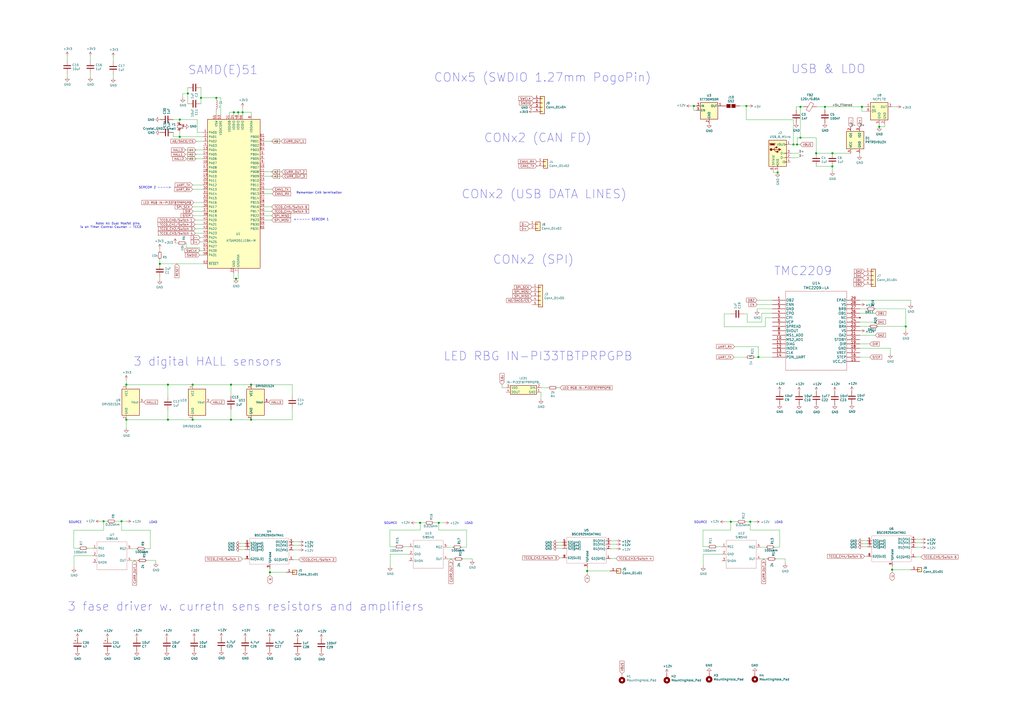
<source format=kicad_sch>
(kicad_sch (version 20200820) (host eeschema "(5.99.0-2965-g3673c23696)")
  (page 1 1)
  (paper "A2")
  (title_block (title "HALL_A ") (date "2020-09-13") (rev "0.1") (company "MOW (Makers of the world)") (comment 1 "CC - NC - BY") (comment 2 "License: For cormercial purposes, you must make arangements with the author.") (comment 3 "Author: Juan-Antonio S. E. Pedersen") (comment 4 "This project is in development. The project is a linear 3 fase motor driver with onboard stepper driver for rotation. "))
  (junction (at 60.071 302.387) (diameter 1.016))
  (junction (at 70.485 302.387) (diameter 1.016))
  (junction (at 73.279 223.139) (diameter 1.016))
  (junction (at 73.279 243.459) (diameter 1.016))
  (junction (at 92.71 153.035) (diameter 1.016))
  (junction (at 97.409 223.139) (diameter 1.016))
  (junction (at 97.409 243.459) (diameter 1.016))
  (junction (at 104.267 69.342) (diameter 1.016))
  (junction (at 104.267 79.375) (diameter 1.016))
  (junction (at 108.966 54.229) (diameter 1.016))
  (junction (at 111.76 223.139) (diameter 1.016))
  (junction (at 111.76 243.459) (diameter 1.016))
  (junction (at 116.586 56.769) (diameter 1.016))
  (junction (at 125.476 56.769) (diameter 1.016))
  (junction (at 133.985 223.139) (diameter 1.016))
  (junction (at 133.985 243.459) (diameter 1.016))
  (junction (at 135.636 65.151) (diameter 1.016))
  (junction (at 136.906 161.671) (diameter 1.016))
  (junction (at 138.176 65.151) (diameter 1.016))
  (junction (at 140.716 65.151) (diameter 1.016))
  (junction (at 145.669 223.139) (diameter 1.016))
  (junction (at 145.669 243.459) (diameter 1.016))
  (junction (at 156.591 331.978) (diameter 1.016))
  (junction (at 243.713 303.276) (diameter 1.016))
  (junction (at 254.508 303.276) (diameter 1.016))
  (junction (at 340.614 331.216) (diameter 1.016))
  (junction (at 402.463 61.468) (diameter 1.016))
  (junction (at 423.926 302.641) (diameter 1.016))
  (junction (at 432.943 61.468) (diameter 1.016))
  (junction (at 435.229 302.641) (diameter 1.016))
  (junction (at 439.928 207.137) (diameter 1.016))
  (junction (at 451.104 100.076) (diameter 1.016))
  (junction (at 460.248 83.82) (diameter 1.016))
  (junction (at 462.407 83.82) (diameter 1.016))
  (junction (at 464.312 61.976) (diameter 1.016))
  (junction (at 464.312 79.883) (diameter 1.016))
  (junction (at 473.456 88.9) (diameter 1.016))
  (junction (at 478.536 61.976) (diameter 1.016))
  (junction (at 482.854 88.9) (diameter 1.016))
  (junction (at 482.854 96.52) (diameter 1.016))
  (junction (at 499.999 61.976) (diameter 1.016))
  (junction (at 510.032 73.533) (diameter 1.016))
  (junction (at 517.525 330.454) (diameter 1.016))
  (junction (at 525.399 189.357) (diameter 1.016))
  (wire (pts (xy 38.989 32.639) (xy 38.989 35.052)))
  (wire (pts (xy 38.989 42.672) (xy 38.989 44.704)))
  (wire (pts (xy 42.799 307.594) (xy 42.799 318.008)))
  (wire (pts (xy 42.799 307.594) (xy 60.071 307.594)))
  (wire (pts (xy 42.926 322.326) (xy 42.926 329.438)))
  (wire (pts (xy 45.72 318.008) (xy 42.799 318.008)))
  (wire (pts (xy 52.451 32.639) (xy 52.451 35.052)))
  (wire (pts (xy 52.451 42.672) (xy 52.451 44.704)))
  (wire (pts (xy 53.721 318.008) (xy 50.8 318.008)))
  (wire (pts (xy 53.721 322.326) (xy 42.926 322.326)))
  (wire (pts (xy 58.293 302.387) (xy 60.071 302.387)))
  (wire (pts (xy 60.071 302.387) (xy 60.071 307.594)))
  (wire (pts (xy 60.071 302.387) (xy 61.976 302.387)))
  (wire (pts (xy 65.659 33.147) (xy 65.659 35.56)))
  (wire (pts (xy 65.659 43.18) (xy 65.659 45.212)))
  (wire (pts (xy 67.056 302.387) (xy 70.485 302.387)))
  (wire (pts (xy 70.485 302.387) (xy 73.279 302.387)))
  (wire (pts (xy 70.485 307.594) (xy 70.485 302.387)))
  (wire (pts (xy 73.279 220.345) (xy 73.279 223.139)))
  (wire (pts (xy 73.279 223.139) (xy 97.409 223.139)))
  (wire (pts (xy 73.279 243.459) (xy 73.279 248.412)))
  (wire (pts (xy 73.279 243.459) (xy 97.409 243.459)))
  (wire (pts (xy 76.327 318.262) (xy 79.248 318.262)))
  (wire (pts (xy 76.327 325.12) (xy 80.01 325.12)))
  (wire (pts (xy 84.328 318.262) (xy 87.249 318.262)))
  (wire (pts (xy 85.09 325.12) (xy 90.424 325.12)))
  (wire (pts (xy 87.249 307.594) (xy 70.485 307.594)))
  (wire (pts (xy 87.249 307.594) (xy 87.249 318.262)))
  (wire (pts (xy 90.424 325.12) (xy 90.424 326.39)))
  (wire (pts (xy 92.71 144.145) (xy 92.71 145.542)))
  (wire (pts (xy 92.71 150.622) (xy 92.71 153.035)))
  (wire (pts (xy 92.71 153.035) (xy 92.71 153.162)))
  (wire (pts (xy 92.71 153.035) (xy 117.856 153.035)))
  (wire (pts (xy 92.71 162.306) (xy 92.71 160.782)))
  (wire (pts (xy 97.409 223.139) (xy 97.409 230.251)))
  (wire (pts (xy 97.409 223.139) (xy 111.76 223.139)))
  (wire (pts (xy 97.409 237.871) (xy 97.409 243.459)))
  (wire (pts (xy 97.409 243.459) (xy 111.76 243.459)))
  (wire (pts (xy 100.457 69.342) (xy 104.267 69.342)))
  (wire (pts (xy 100.584 79.375) (xy 100.584 76.835)))
  (wire (pts (xy 101.6 140.97) (xy 102.997 140.97)))
  (wire (pts (xy 104.267 69.342) (xy 104.267 70.866)))
  (wire (pts (xy 104.267 69.342) (xy 114.427 69.342)))
  (wire (pts (xy 104.267 75.946) (xy 104.267 79.375)))
  (wire (pts (xy 104.267 79.375) (xy 100.584 79.375)))
  (wire (pts (xy 106.045 54.229) (xy 106.045 56.769)))
  (wire (pts (xy 107.569 86.995) (xy 117.856 86.995)))
  (wire (pts (xy 107.569 89.535) (xy 117.856 89.535)))
  (wire (pts (xy 108.077 140.97) (xy 108.077 143.637)))
  (wire (pts (xy 108.204 92.075) (xy 117.856 92.075)))
  (wire (pts (xy 108.966 50.8) (xy 108.966 54.229)))
  (wire (pts (xy 108.966 54.229) (xy 106.045 54.229)))
  (wire (pts (xy 108.966 54.229) (xy 108.966 60.198)))
  (wire (pts (xy 111.76 107.315) (xy 117.856 107.315)))
  (wire (pts (xy 111.76 109.855) (xy 117.856 109.855)))
  (wire (pts (xy 111.76 120.015) (xy 117.856 120.015)))
  (wire (pts (xy 111.76 223.139) (xy 133.985 223.139)))
  (wire (pts (xy 111.76 243.459) (xy 133.985 243.459)))
  (wire (pts (xy 112.014 122.555) (xy 117.856 122.555)))
  (wire (pts (xy 112.014 125.095) (xy 117.856 125.095)))
  (wire (pts (xy 112.395 117.475) (xy 117.856 117.475)))
  (wire (pts (xy 113.157 127.635) (xy 117.856 127.635)))
  (wire (pts (xy 113.157 130.175) (xy 117.856 130.175)))
  (wire (pts (xy 113.284 132.715) (xy 117.856 132.715)))
  (wire (pts (xy 113.284 135.255) (xy 117.856 135.255)))
  (wire (pts (xy 113.792 81.915) (xy 117.856 81.915)))
  (wire (pts (xy 114.427 76.835) (xy 114.427 69.342)))
  (wire (pts (xy 115.824 143.637) (xy 108.077 143.637)))
  (wire (pts (xy 115.824 145.415) (xy 115.824 143.637)))
  (wire (pts (xy 115.824 145.415) (xy 117.856 145.415)))
  (wire (pts (xy 115.824 147.955) (xy 117.856 147.955)))
  (wire (pts (xy 116.078 137.795) (xy 117.856 137.795)))
  (wire (pts (xy 116.078 140.335) (xy 117.856 140.335)))
  (wire (pts (xy 116.586 56.769) (xy 116.586 50.8)))
  (wire (pts (xy 116.586 56.769) (xy 116.586 60.198)))
  (wire (pts (xy 117.856 76.835) (xy 114.427 76.835)))
  (wire (pts (xy 117.856 79.375) (xy 104.267 79.375)))
  (wire (pts (xy 125.476 56.769) (xy 116.586 56.769)))
  (wire (pts (xy 125.476 64.389) (xy 125.476 66.675)))
  (wire (pts (xy 128.016 56.769) (xy 125.476 56.769)))
  (wire (pts (xy 128.016 66.675) (xy 128.016 56.769)))
  (wire (pts (xy 133.096 65.151) (xy 135.636 65.151)))
  (wire (pts (xy 133.096 66.675) (xy 133.096 65.151)))
  (wire (pts (xy 133.985 223.139) (xy 133.985 229.743)))
  (wire (pts (xy 133.985 223.139) (xy 145.669 223.139)))
  (wire (pts (xy 133.985 237.363) (xy 133.985 243.459)))
  (wire (pts (xy 133.985 243.459) (xy 145.669 243.459)))
  (wire (pts (xy 135.636 65.151) (xy 135.636 66.675)))
  (wire (pts (xy 135.636 65.151) (xy 138.176 65.151)))
  (wire (pts (xy 135.636 158.115) (xy 135.636 161.671)))
  (wire (pts (xy 135.636 161.671) (xy 136.906 161.671)))
  (wire (pts (xy 136.906 161.671) (xy 138.176 161.671)))
  (wire (pts (xy 138.176 65.151) (xy 138.176 66.675)))
  (wire (pts (xy 138.176 65.151) (xy 140.716 65.151)))
  (wire (pts (xy 138.176 161.671) (xy 138.176 158.115)))
  (wire (pts (xy 139.446 315.214) (xy 142.113 315.214)))
  (wire (pts (xy 139.446 316.992) (xy 142.24 316.992)))
  (wire (pts (xy 139.446 318.77) (xy 142.24 318.77)))
  (wire (pts (xy 140.589 324.231) (xy 142.113 324.231)))
  (wire (pts (xy 140.716 62.357) (xy 140.716 65.151)))
  (wire (pts (xy 140.716 65.151) (xy 140.716 66.675)))
  (wire (pts (xy 145.796 65.151) (xy 140.716 65.151)))
  (wire (pts (xy 145.796 66.675) (xy 145.796 65.151)))
  (wire (pts (xy 153.416 81.915) (xy 163.068 81.915)))
  (wire (pts (xy 153.416 99.695) (xy 163.322 99.695)))
  (wire (pts (xy 153.416 102.235) (xy 163.449 102.235)))
  (wire (pts (xy 153.416 109.855) (xy 157.861 109.855)))
  (wire (pts (xy 153.416 112.395) (xy 157.861 112.395)))
  (wire (pts (xy 153.416 120.015) (xy 157.607 120.015)))
  (wire (pts (xy 153.416 122.555) (xy 157.607 122.555)))
  (wire (pts (xy 156.591 329.819) (xy 156.591 331.978)))
  (wire (pts (xy 156.591 331.978) (xy 156.591 333.756)))
  (wire (pts (xy 156.591 331.978) (xy 165.862 331.978)))
  (wire (pts (xy 157.607 125.095) (xy 153.416 125.095)))
  (wire (pts (xy 157.607 127.635) (xy 153.416 127.635)))
  (wire (pts (xy 169.545 223.139) (xy 145.669 223.139)))
  (wire (pts (xy 169.545 229.362) (xy 169.545 223.139)))
  (wire (pts (xy 169.545 236.982) (xy 169.545 243.459)))
  (wire (pts (xy 169.545 243.459) (xy 145.669 243.459)))
  (wire (pts (xy 170.18 314.325) (xy 173.355 314.325)))
  (wire (pts (xy 170.18 316.357) (xy 173.355 316.357)))
  (wire (pts (xy 170.18 319.024) (xy 173.355 319.024)))
  (wire (pts (xy 170.18 324.612) (xy 173.355 324.612)))
  (wire (pts (xy 226.187 307.467) (xy 226.187 317.119)))
  (wire (pts (xy 226.187 307.467) (xy 243.713 307.467)))
  (wire (pts (xy 226.314 321.437) (xy 226.314 328.549)))
  (wire (pts (xy 229.108 317.119) (xy 226.187 317.119)))
  (wire (pts (xy 237.109 317.119) (xy 234.188 317.119)))
  (wire (pts (xy 237.109 321.437) (xy 226.314 321.437)))
  (wire (pts (xy 241.173 303.276) (xy 243.713 303.276)))
  (wire (pts (xy 243.713 303.276) (xy 246.507 303.276)))
  (wire (pts (xy 243.713 307.467) (xy 243.713 303.276)))
  (wire (pts (xy 251.587 303.276) (xy 254.508 303.276)))
  (wire (pts (xy 254.508 303.276) (xy 257.683 303.276)))
  (wire (pts (xy 254.508 307.467) (xy 254.508 303.276)))
  (wire (pts (xy 259.715 317.373) (xy 262.636 317.373)))
  (wire (pts (xy 259.715 324.231) (xy 263.398 324.231)))
  (wire (pts (xy 267.716 317.373) (xy 270.637 317.373)))
  (wire (pts (xy 268.478 324.231) (xy 273.939 324.231)))
  (wire (pts (xy 270.637 307.467) (xy 254.508 307.467)))
  (wire (pts (xy 270.637 307.467) (xy 270.637 317.373)))
  (wire (pts (xy 273.939 324.231) (xy 273.939 324.866)))
  (wire (pts (xy 291.211 223.012) (xy 291.211 224.917)))
  (wire (pts (xy 293.497 224.917) (xy 291.211 224.917)))
  (wire (pts (xy 313.817 224.917) (xy 318.135 224.917)))
  (wire (pts (xy 313.817 227.457) (xy 313.817 231.648)))
  (wire (pts (xy 323.215 224.917) (xy 324.866 224.917)))
  (wire (pts (xy 323.469 314.579) (xy 326.136 314.579)))
  (wire (pts (xy 323.469 316.357) (xy 326.263 316.357)))
  (wire (pts (xy 323.469 318.135) (xy 326.263 318.135)))
  (wire (pts (xy 324.612 323.596) (xy 326.136 323.596)))
  (wire (pts (xy 340.614 329.184) (xy 340.614 331.216)))
  (wire (pts (xy 340.614 331.216) (xy 340.614 333.375)))
  (wire (pts (xy 340.614 331.216) (xy 353.822 331.216)))
  (wire (pts (xy 354.203 313.69) (xy 357.378 313.69)))
  (wire (pts (xy 354.203 315.722) (xy 357.378 315.722)))
  (wire (pts (xy 354.203 318.389) (xy 357.378 318.389)))
  (wire (pts (xy 354.203 323.977) (xy 357.378 323.977)))
  (wire (pts (xy 400.939 61.468) (xy 402.463 61.468)))
  (wire (pts (xy 402.463 61.468) (xy 403.733 61.468)))
  (wire (pts (xy 402.463 64.008) (xy 402.463 61.468)))
  (wire (pts (xy 403.733 64.008) (xy 402.463 64.008)))
  (wire (pts (xy 407.797 307.467) (xy 407.797 317.119)))
  (wire (pts (xy 407.797 307.467) (xy 423.926 307.467)))
  (wire (pts (xy 407.924 321.437) (xy 407.924 328.549)))
  (wire (pts (xy 410.718 317.119) (xy 407.797 317.119)))
  (wire (pts (xy 418.719 317.119) (xy 415.798 317.119)))
  (wire (pts (xy 418.719 321.437) (xy 407.924 321.437)))
  (wire (pts (xy 420.116 182.118) (xy 420.116 189.611)))
  (wire (pts (xy 420.116 189.611) (xy 443.992 189.611)))
  (wire (pts (xy 420.497 302.641) (xy 423.926 302.641)))
  (wire (pts (xy 423.926 182.118) (xy 420.116 182.118)))
  (wire (pts (xy 423.926 302.641) (xy 427.609 302.641)))
  (wire (pts (xy 423.926 307.467) (xy 423.926 302.641)))
  (wire (pts (xy 425.831 207.137) (xy 432.816 207.137)))
  (wire (pts (xy 426.085 201.041) (xy 439.928 201.041)))
  (wire (pts (xy 429.133 61.468) (xy 432.943 61.468)))
  (wire (pts (xy 431.546 182.118) (xy 433.451 182.118)))
  (wire (pts (xy 432.689 302.641) (xy 435.229 302.641)))
  (wire (pts (xy 432.943 61.468) (xy 432.943 69.469)))
  (wire (pts (xy 432.943 61.468) (xy 434.086 61.468)))
  (wire (pts (xy 432.943 69.469) (xy 460.248 69.469)))
  (wire (pts (xy 433.451 186.817) (xy 433.451 182.118)))
  (wire (pts (xy 435.229 302.641) (xy 437.896 302.641)))
  (wire (pts (xy 435.229 307.467) (xy 435.229 302.641)))
  (wire (pts (xy 435.229 307.467) (xy 452.247 307.467)))
  (wire (pts (xy 437.896 207.137) (xy 439.928 207.137)))
  (wire (pts (xy 439.166 176.657) (xy 448.056 176.657)))
  (wire (pts (xy 439.166 179.197) (xy 439.166 179.959)))
  (wire (pts (xy 439.928 207.137) (xy 439.928 201.041)))
  (wire (pts (xy 439.928 207.137) (xy 448.056 207.137)))
  (wire (pts (xy 441.325 317.373) (xy 444.246 317.373)))
  (wire (pts (xy 441.325 324.231) (xy 445.008 324.231)))
  (wire (pts (xy 441.96 181.737) (xy 441.96 186.817)))
  (wire (pts (xy 441.96 186.817) (xy 433.451 186.817)))
  (wire (pts (xy 443.992 184.277) (xy 448.056 184.277)))
  (wire (pts (xy 443.992 189.611) (xy 443.992 184.277)))
  (wire (pts (xy 448.056 174.117) (xy 439.166 174.117)))
  (wire (pts (xy 448.056 179.197) (xy 439.166 179.197)))
  (wire (pts (xy 448.056 181.737) (xy 441.96 181.737)))
  (wire (pts (xy 448.564 99.06) (xy 448.564 100.076)))
  (wire (pts (xy 448.564 100.076) (xy 451.104 100.076)))
  (wire (pts (xy 449.326 317.373) (xy 452.247 317.373)))
  (wire (pts (xy 450.088 324.231) (xy 455.422 324.231)))
  (wire (pts (xy 451.104 99.06) (xy 451.104 100.076)))
  (wire (pts (xy 451.104 100.076) (xy 451.104 100.203)))
  (wire (pts (xy 452.247 307.467) (xy 452.247 317.373)))
  (wire (pts (xy 455.422 324.231) (xy 455.422 327.025)))
  (wire (pts (xy 458.724 83.82) (xy 460.248 83.82)))
  (wire (pts (xy 458.724 88.9) (xy 463.423 88.9)))
  (wire (pts (xy 458.724 91.44) (xy 463.423 91.44)))
  (wire (pts (xy 460.248 69.469) (xy 460.248 83.82)))
  (wire (pts (xy 460.248 83.82) (xy 462.407 83.82)))
  (wire (pts (xy 461.899 61.976) (xy 464.312 61.976)))
  (wire (pts (xy 461.899 63.754) (xy 461.899 61.976)))
  (wire (pts (xy 462.407 79.883) (xy 464.312 79.883)))
  (wire (pts (xy 462.407 83.82) (xy 462.407 79.883)))
  (wire (pts (xy 462.407 83.82) (xy 464.185 83.82)))
  (wire (pts (xy 464.312 61.976) (xy 466.09 61.976)))
  (wire (pts (xy 464.312 79.883) (xy 464.312 61.976)))
  (wire (pts (xy 464.312 79.883) (xy 473.456 79.883)))
  (wire (pts (xy 473.456 79.883) (xy 473.456 88.9)))
  (wire (pts (xy 473.456 88.9) (xy 482.854 88.9)))
  (wire (pts (xy 473.456 96.52) (xy 482.854 96.52)))
  (wire (pts (xy 473.71 61.976) (xy 478.536 61.976)))
  (wire (pts (xy 478.536 61.976) (xy 478.536 63.754)))
  (wire (pts (xy 478.536 61.976) (xy 499.999 61.976)))
  (wire (pts (xy 482.854 88.9) (xy 493.522 88.9)))
  (wire (pts (xy 482.854 96.52) (xy 482.854 99.441)))
  (wire (pts (xy 498.602 88.9) (xy 498.602 90.043)))
  (wire (pts (xy 498.856 174.117) (xy 528.32 174.117)))
  (wire (pts (xy 498.856 179.197) (xy 502.666 179.197)))
  (wire (pts (xy 498.856 181.737) (xy 507.746 181.737)))
  (wire (pts (xy 498.856 186.817) (xy 507.746 186.817)))
  (wire (pts (xy 498.856 189.357) (xy 504.19 189.357)))
  (wire (pts (xy 498.856 194.437) (xy 507.746 194.437)))
  (wire (pts (xy 498.856 199.517) (xy 504.571 199.517)))
  (wire (pts (xy 498.856 202.057) (xy 516.509 202.057)))
  (wire (pts (xy 498.856 207.137) (xy 504.571 207.137)))
  (wire (pts (xy 499.999 61.976) (xy 502.412 61.976)))
  (wire (pts (xy 499.999 64.516) (xy 499.999 61.976)))
  (wire (pts (xy 500.38 313.69) (xy 503.047 313.69)))
  (wire (pts (xy 500.38 315.468) (xy 503.174 315.468)))
  (wire (pts (xy 500.38 317.246) (xy 503.174 317.246)))
  (wire (pts (xy 501.523 322.707) (xy 503.047 322.707)))
  (wire (pts (xy 502.412 64.516) (xy 499.999 64.516)))
  (wire (pts (xy 507.746 179.197) (xy 525.399 179.197)))
  (wire (pts (xy 509.27 189.357) (xy 525.399 189.357)))
  (wire (pts (xy 510.032 72.136) (xy 510.032 73.533)))
  (wire (pts (xy 510.032 73.533) (xy 513.207 73.533)))
  (wire (pts (xy 513.207 73.533) (xy 513.207 72.136)))
  (wire (pts (xy 516.509 202.057) (xy 516.509 205.359)))
  (wire (pts (xy 517.525 328.295) (xy 517.525 330.454)))
  (wire (pts (xy 517.525 330.454) (xy 517.525 331.978)))
  (wire (pts (xy 517.525 330.454) (xy 528.32 330.454)))
  (wire (pts (xy 517.652 61.976) (xy 520.065 61.976)))
  (wire (pts (xy 525.399 179.197) (xy 525.399 189.357)))
  (wire (pts (xy 525.399 189.357) (xy 525.399 192.024)))
  (wire (pts (xy 528.32 174.117) (xy 528.32 176.403)))
  (wire (pts (xy 531.114 312.801) (xy 534.289 312.801)))
  (wire (pts (xy 531.114 314.833) (xy 534.289 314.833)))
  (wire (pts (xy 531.114 317.5) (xy 534.289 317.5)))
  (wire (pts (xy 531.114 323.088) (xy 534.289 323.088)))
  (text "SOURCE\n" (at 39.751 303.784 0) (effects (font (size 1.27 1.27)) (justify left bottom)))
  (text "Note: All Dual Mosfet pins \nis on Timer Control Counter - TCC0\n" (at 82.042 132.588 0) (effects (font (size 1.27 1.27)) (justify right bottom)))
  (text "LOAD\n" (at 91.313 303.784 180) (effects (font (size 1.27 1.27)) (justify right bottom)))
  (text "SERCOM 2 ---->\n" (at 99.314 109.601 180) (effects (font (size 1.27 1.27)) (justify right bottom)))
  (text "SAMD(E)51 \n" (at 153.543 43.688 180) (effects (font (size 5 5)) (justify right bottom)))
  (text "3 digital HALL sensors\n\n" (at 163.703 220.853 180) (effects (font (size 5 5)) (justify right bottom)))
  (text "<----- SERCOM 1\n" (at 190.754 128.143 180) (effects (font (size 1.27 1.27)) (justify right bottom)))
  (text "Remember CAN termination\n" (at 198.374 112.649 180) (effects (font (size 1.27 1.27)) (justify right bottom)))
  (text "SOURCE\n" (at 222.758 304.292 0) (effects (font (size 1.27 1.27)) (justify left bottom)))
  (text "3 fase driver w. curretn sens resistors and amplifiers " (at 249.809 354.838 0) (effects (font (size 5 5)) (justify right bottom)))
  (text "LOAD\n" (at 274.32 304.292 180) (effects (font (size 1.27 1.27)) (justify right bottom)))
  (text "CONx2 (SPI)\n\n\n\n" (at 332.994 177.8 180) (effects (font (size 5 5)) (justify right bottom)))
  (text "CONx2 (CAN FD)\n\n\n\n" (at 343.281 107.188 180) (effects (font (size 5 5)) (justify right bottom)))
  (text "CONx2 (USB DATA LINES)\n\n\n\n" (at 363.601 139.827 180) (effects (font (size 5 5)) (justify right bottom)))
  (text "LED RBG IN-PI33TBTPRPGPB\n" (at 367.03 209.677 180) (effects (font (size 5 5)) (justify right bottom)))
  (text "CONx5 (SWDIO 1.27mm PogoPin)\n" (at 377.825 48.006 180) (effects (font (size 5 5)) (justify right bottom)))
  (text "SOURCE\n" (at 402.59 303.784 0) (effects (font (size 1.27 1.27)) (justify left bottom)))
  (text "LOAD\n" (at 454.152 303.784 180) (effects (font (size 1.27 1.27)) (justify right bottom)))
  (text "TMC2209\n" (at 482.727 160.274 180) (effects (font (size 5 5)) (justify right bottom)))
  (text "USB & LDO\n" (at 502.158 43.053 180) (effects (font (size 5 5)) (justify right bottom)))
  (label "D+" (at 463.423 88.9 0))
  (label "D-" (at 463.423 91.44 0))
  (label "D-" (at 493.522 73.66 0))
  (label "+5v_filtered" (at 494.411 61.976 180))
  (label "D+" (at 498.602 73.66 0))
  (global_label "CURR_OUT_1" (shape input) (at 78.105 325.12 270))
  (global_label "HALL1" (shape input) (at 83.439 233.299 0))
  (global_label "RESET" (shape input) (at 102.616 153.035 270))
  (global_label "HALL3" (shape input) (at 107.569 86.995 180))
  (global_label "HALL1" (shape input) (at 107.569 89.535 180))
  (global_label "HALL2" (shape input) (at 108.204 92.075 180))
  (global_label "UART_TX" (shape input) (at 111.76 107.315 180))
  (global_label "UART_RX" (shape input) (at 111.76 109.855 180))
  (global_label "SPI_SCK" (shape input) (at 111.76 120.015 180))
  (global_label "DIR" (shape input) (at 112.014 122.555 180))
  (global_label "STEP" (shape input) (at 112.014 125.095 180))
  (global_label "LED RGB IN-PI33TBTPRPGPB" (shape input) (at 112.395 117.475 180))
  (global_label "TCC0_CH0{slash}Switch 1" (shape input) (at 113.157 127.635 180))
  (global_label "TCC0_CH1{slash}Switch 2" (shape input) (at 113.157 130.175 180))
  (global_label "TCC0_CH2{slash}Switch 3" (shape input) (at 113.284 132.715 180))
  (global_label "TCC0_CH3{slash}Switch 4" (shape input) (at 113.284 135.255 180))
  (global_label "A4" (shape input) (at 113.665 86.995 180))
  (global_label "A1" (shape input) (at 113.665 89.535 180))
  (global_label "A5" (shape input) (at 113.665 92.075 180))
  (global_label "A0{slash}DAC0{slash}CS" (shape input) (at 113.792 81.915 180))
  (global_label "SWCLK" (shape input) (at 115.824 145.415 180))
  (global_label "SWDIO" (shape input) (at 115.824 147.955 180))
  (global_label "D-" (shape input) (at 116.078 137.795 180))
  (global_label "D+" (shape input) (at 116.078 140.335 180))
  (global_label "HALL2" (shape input) (at 121.92 233.299 0))
  (global_label "TCC0_CH0{slash}Switch 1" (shape input) (at 140.589 324.231 180))
  (global_label "HALL3" (shape input) (at 155.829 233.299 0))
  (global_label "W" (shape bidirectional) (at 156.591 333.756 270))
  (global_label "A6" (shape input) (at 157.607 81.915 0))
  (global_label "A2" (shape input) (at 157.607 99.695 0))
  (global_label "A3" (shape input) (at 157.607 102.235 0))
  (global_label "TCC0_CH5{slash}Switch 6" (shape input) (at 157.607 120.015 0))
  (global_label "TCC0_CH4{slash}Switch 5" (shape input) (at 157.607 122.555 0))
  (global_label "SPI_MISO" (shape input) (at 157.607 125.095 0))
  (global_label "SPI_MOSI" (shape input) (at 157.607 127.635 0))
  (global_label "CAN1_TX" (shape input) (at 157.861 109.855 0))
  (global_label "CAN1_RX" (shape input) (at 157.861 112.395 0))
  (global_label "CURR_OUT_1" (shape input) (at 163.068 81.915 0))
  (global_label "CURR_OUT_2" (shape input) (at 163.322 99.695 0))
  (global_label "CURR_OUT_3" (shape input) (at 163.449 102.235 0))
  (global_label "TCC0_CH1{slash}Switch 2" (shape input) (at 173.355 324.612 0))
  (global_label "CURR_OUT_2" (shape input) (at 261.62 324.231 270))
  (global_label "3.6v" (shape input) (at 291.211 223.012 90))
  (global_label "D-" (shape input) (at 306.959 130.048 180))
  (global_label "D+" (shape input) (at 306.959 132.588 180))
  (global_label "SPI_SCK" (shape input) (at 308.483 166.624 180))
  (global_label "SPI_MOSI" (shape input) (at 308.483 169.164 180))
  (global_label "SPI_MISO" (shape input) (at 308.483 171.704 180))
  (global_label "A0{slash}DAC0{slash}CS" (shape input) (at 308.483 174.244 180))
  (global_label "SWCLK" (shape input) (at 309.499 57.15 180))
  (global_label "SWDIO" (shape input) (at 309.499 59.69 180))
  (global_label "CAN1_RX" (shape input) (at 311.404 93.726 180))
  (global_label "CAN1_TX" (shape input) (at 311.404 96.266 180))
  (global_label "TCC0_CH2{slash}Switch 3" (shape input) (at 324.612 323.596 180))
  (global_label "LED RGB IN-PI33TBTPRPGPB" (shape input) (at 324.866 224.917 0))
  (global_label "V" (shape bidirectional) (at 340.614 333.375 270))
  (global_label "TCC0_CH3{slash}Switch 4" (shape input) (at 357.378 323.977 0))
  (global_label "VBUS" (shape input) (at 360.807 390.779 90))
  (global_label "UART_TX" (shape input) (at 425.831 207.137 180))
  (global_label "UART_RX" (shape input) (at 426.085 201.041 180))
  (global_label "DB2" (shape input) (at 439.166 174.117 180))
  (global_label "EN" (shape input) (at 439.166 176.657 180))
  (global_label "CURR_OUT_3" (shape input) (at 442.976 324.231 270))
  (global_label "VBUS" (shape input) (at 464.185 83.82 0))
  (global_label "D-" (shape input) (at 493.522 73.66 90))
  (global_label "D+" (shape input) (at 498.602 73.66 90))
  (global_label "DA2" (shape input) (at 501.523 157.353 180))
  (global_label "DA1" (shape input) (at 501.523 159.893 180))
  (global_label "DB1" (shape input) (at 501.523 162.433 180))
  (global_label "DB2" (shape input) (at 501.523 164.973 180))
  (global_label "TCC0_CH4{slash}Switch 5" (shape input) (at 501.523 322.707 180))
  (global_label "DIR" (shape input) (at 504.571 199.517 0))
  (global_label "STEP" (shape input) (at 504.571 207.137 0))
  (global_label "DB1" (shape input) (at 507.746 181.737 0))
  (global_label "DA1" (shape input) (at 507.746 186.817 0))
  (global_label "DA2" (shape input) (at 507.746 194.437 0))
  (global_label "U" (shape bidirectional) (at 517.525 331.978 270))
  (global_label "TCC0_CH5{slash}Switch 6" (shape input) (at 534.289 323.088 0))
  (symbol (lib_id "power:+3.3V") (at 38.989 32.639 0) (unit 1)
    (property "Reference" "#PWR0144" (effects hide))
    (property "Value" "+3.3V" (at 39.3573 28.3146 0))
  )
  (symbol (lib_id "power:+12V") (at 44.958 370.205 0) (unit 1)
    (property "Reference" "#PWR0183" (effects hide))
    (property "Value" "+12V" (at 45.3263 365.8806 0))
  )
  (symbol (lib_id "power:+3.3V") (at 52.451 32.639 0) (unit 1)
    (property "Reference" "#PWR0156" (effects hide))
    (property "Value" "+3.3V" (at 52.8193 28.3146 0))
  )
  (symbol (lib_id "power:+12V") (at 58.293 302.387 90) (mirror x) (unit 1)
    (property "Reference" "#PWR0148" (effects hide))
    (property "Value" "+12V" (at 54.991 302.26 90) (effects (justify left)))
  )
  (symbol (lib_id "power:+12V") (at 62.357 370.205 0) (unit 1)
    (property "Reference" "#PWR0184" (effects hide))
    (property "Value" "+12V" (at 62.7253 365.8806 0))
  )
  (symbol (lib_id "power:+3.3V") (at 65.659 33.147 0) (unit 1)
    (property "Reference" "#PWR0159" (effects hide))
    (property "Value" "+3.3V" (at 66.0273 28.8226 0))
  )
  (symbol (lib_id "power:+3.3V") (at 73.279 220.345 0) (unit 1)
    (property "Reference" "#PWR0160" (effects hide))
    (property "Value" "+3.3V" (at 73.6473 216.0206 0))
  )
  (symbol (lib_id "power:+12V") (at 73.279 302.387 270) (mirror x) (unit 1)
    (property "Reference" "#PWR0146" (effects hide))
    (property "Value" "+12V" (at 76.581 302.514 90) (effects (justify left)))
  )
  (symbol (lib_id "power:+12V") (at 79.375 370.078 0) (unit 1)
    (property "Reference" "#PWR0172" (effects hide))
    (property "Value" "+12V" (at 79.7433 365.7536 0))
  )
  (symbol (lib_id "power:+3.3V") (at 92.71 144.145 0) (mirror y) (unit 1)
    (property "Reference" "#PWR0107" (effects hide))
    (property "Value" "+3.3V" (at 92.3417 139.8206 0))
  )
  (symbol (lib_id "power:+12V") (at 96.774 370.078 0) (unit 1)
    (property "Reference" "#PWR0171" (effects hide))
    (property "Value" "+12V" (at 97.1423 365.7536 0))
  )
  (symbol (lib_id "power:+3.3V") (at 101.6 140.97 0) (mirror y) (unit 1)
    (property "Reference" "#PWR0109" (effects hide))
    (property "Value" "+3.3V" (at 97.79 140.716 0))
  )
  (symbol (lib_id "power:+12V") (at 112.649 370.078 0) (unit 1)
    (property "Reference" "#PWR0175" (effects hide))
    (property "Value" "+12V" (at 113.0173 365.7536 0))
  )
  (symbol (lib_id "power:+12V") (at 128.397 369.824 0) (unit 1)
    (property "Reference" "#PWR0193" (effects hide))
    (property "Value" "+12V" (at 128.7653 365.4996 0))
  )
  (symbol (lib_id "power:+3.3V") (at 140.716 62.357 0) (unit 1)
    (property "Reference" "#PWR0104" (effects hide))
    (property "Value" "+3.3V" (at 141.0843 58.0326 0))
  )
  (symbol (lib_id "power:+12V") (at 142.24 369.951 0) (unit 1)
    (property "Reference" "#PWR0201" (effects hide))
    (property "Value" "+12V" (at 142.6083 365.6266 0))
  )
  (symbol (lib_id "power:+12V") (at 156.464 370.078 0) (unit 1)
    (property "Reference" "#PWR0202" (effects hide))
    (property "Value" "+12V" (at 156.8323 365.7536 0))
  )
  (symbol (lib_id "power:+12V") (at 172.593 370.332 0) (unit 1)
    (property "Reference" "#PWR0196" (effects hide))
    (property "Value" "+12V" (at 172.9613 366.0076 0))
  )
  (symbol (lib_id "power:+12V") (at 173.355 314.325 270) (unit 1)
    (property "Reference" "#PWR0138" (effects hide))
    (property "Value" "+12V" (at 176.5301 314.6933 90) (effects (justify left)))
  )
  (symbol (lib_id "power:+12V") (at 173.355 316.357 270) (unit 1)
    (property "Reference" "#PWR0136" (effects hide))
    (property "Value" "+12V" (at 176.5301 316.7253 90) (effects (justify left)))
  )
  (symbol (lib_id "power:+12V") (at 173.355 319.024 270) (unit 1)
    (property "Reference" "#PWR0137" (effects hide))
    (property "Value" "+12V" (at 176.5301 319.3923 90) (effects (justify left)))
  )
  (symbol (lib_id "power:+12V") (at 186.436 370.459 0) (unit 1)
    (property "Reference" "#PWR0194" (effects hide))
    (property "Value" "+12V" (at 186.8043 366.1346 0))
  )
  (symbol (lib_id "power:+12V") (at 241.173 303.276 90) (mirror x) (unit 1)
    (property "Reference" "#PWR0169" (effects hide))
    (property "Value" "+12V" (at 237.871 303.149 90) (effects (justify left)))
  )
  (symbol (lib_id "power:+12V") (at 257.683 303.276 270) (mirror x) (unit 1)
    (property "Reference" "#PWR0170" (effects hide))
    (property "Value" "+12V" (at 260.985 303.403 90) (effects (justify left)))
  )
  (symbol (lib_id "power:+3.3V") (at 309.499 64.77 90) (unit 1)
    (property "Reference" "#PWR0105" (effects hide))
    (property "Value" "+3.3V" (at 306.451 64.897 90) (effects (justify left)))
  )
  (symbol (lib_id "power:+12V") (at 357.378 313.69 270) (unit 1)
    (property "Reference" "#PWR0131" (effects hide))
    (property "Value" "+12V" (at 360.5531 314.0583 90) (effects (justify left)))
  )
  (symbol (lib_id "power:+12V") (at 357.378 315.722 270) (unit 1)
    (property "Reference" "#PWR0132" (effects hide))
    (property "Value" "+12V" (at 360.5531 316.0903 90) (effects (justify left)))
  )
  (symbol (lib_id "power:+12V") (at 357.378 318.389 270) (unit 1)
    (property "Reference" "#PWR0133" (effects hide))
    (property "Value" "+12V" (at 360.5531 318.7573 90) (effects (justify left)))
  )
  (symbol (lib_id "power:+12V") (at 386.842 390.779 0) (unit 1)
    (property "Reference" "#PWR0112" (effects hide))
    (property "Value" "+12V" (at 387.2103 386.4546 0))
  )
  (symbol (lib_id "power:+12V") (at 400.939 61.468 90) (unit 1)
    (property "Reference" "#PWR0203" (effects hide))
    (property "Value" "+12V" (at 397.7639 61.0997 90) (effects (justify left)))
  )
  (symbol (lib_id "power:+12V") (at 420.497 302.641 90) (mirror x) (unit 1)
    (property "Reference" "#PWR0164" (effects hide))
    (property "Value" "+12V" (at 417.195 302.514 90) (effects (justify left)))
  )
  (symbol (lib_id "power:+5V") (at 434.086 61.468 270) (unit 1)
    (property "Reference" "#PWR0122" (effects hide))
    (property "Value" "+5V" (at 437.2611 61.8363 90) (effects (justify left)))
  )
  (symbol (lib_id "power:+12V") (at 437.896 302.641 270) (mirror x) (unit 1)
    (property "Reference" "#PWR0165" (effects hide))
    (property "Value" "+12V" (at 441.198 302.768 90) (effects (justify left)))
  )
  (symbol (lib_id "power:+12V") (at 452.247 226.949 0) (unit 1)
    (property "Reference" "#PWR0152" (effects hide))
    (property "Value" "+12V" (at 452.6153 222.6246 0))
  )
  (symbol (lib_id "power:+12V") (at 463.55 227.076 0) (unit 1)
    (property "Reference" "#PWR0154" (effects hide))
    (property "Value" "+12V" (at 463.9183 222.7516 0))
  )
  (symbol (lib_id "power:+12V") (at 473.583 227.076 0) (unit 1)
    (property "Reference" "#PWR0190" (effects hide))
    (property "Value" "+12V" (at 473.9513 222.7516 0))
  )
  (symbol (lib_id "power:+12V") (at 484.251 227.076 0) (unit 1)
    (property "Reference" "#PWR0188" (effects hide))
    (property "Value" "+12V" (at 484.6193 222.7516 0))
  )
  (symbol (lib_id "power:+12V") (at 494.157 226.822 0) (unit 1)
    (property "Reference" "#PWR0192" (effects hide))
    (property "Value" "+12V" (at 494.5253 222.4976 0))
  )
  (symbol (lib_id "power:+12V") (at 498.856 176.657 270) (unit 1)
    (property "Reference" "#PWR0181" (effects hide))
    (property "Value" "+12V" (at 502.0311 177.0253 90) (effects (justify left)))
  )
  (symbol (lib_id "power:+12V") (at 498.856 191.897 270) (unit 1)
    (property "Reference" "#PWR0182" (effects hide))
    (property "Value" "+12V" (at 502.0311 192.2653 90) (effects (justify left)))
  )
  (symbol (lib_id "power:+3.3V") (at 520.065 61.976 270) (unit 1)
    (property "Reference" "#PWR0103" (effects hide))
    (property "Value" "+3.6V" (at 523.24 62.344 90) (effects (justify left)))
  )
  (symbol (lib_id "power:+12V") (at 534.289 312.801 270) (unit 1)
    (property "Reference" "#PWR0141" (effects hide))
    (property "Value" "+12V" (at 537.4641 313.1693 90) (effects (justify left)))
  )
  (symbol (lib_id "power:+12V") (at 534.289 314.833 270) (unit 1)
    (property "Reference" "#PWR0143" (effects hide))
    (property "Value" "+12V" (at 537.4641 315.2013 90) (effects (justify left)))
  )
  (symbol (lib_id "power:+12V") (at 534.289 317.5 270) (unit 1)
    (property "Reference" "#PWR0142" (effects hide))
    (property "Value" "+12V" (at 537.4641 317.8683 90) (effects (justify left)))
  )
  (symbol (lib_id "device:L") (at 125.476 60.579 0) (unit 1)
    (property "Reference" "L1" (at 126.7461 59.4296 0) (effects (justify left)))
    (property "Value" "L" (at 126.7461 61.7283 0) (effects (justify left)))
    (property "Footprint" "Inductor_SMD:L_0603_1608Metric" (effects hide))
  )
  (symbol (lib_id "power:GND") (at 38.989 44.704 0) (unit 1)
    (property "Reference" "#PWR0145" (effects hide))
    (property "Value" "GND" (at 39.1033 49.0284 0))
  )
  (symbol (lib_id "power:GND") (at 42.926 329.438 0) (unit 1)
    (property "Reference" "#PWR0161" (effects hide))
    (property "Value" "GND" (at 43.0403 333.7624 0))
  )
  (symbol (lib_id "power:GND") (at 44.958 377.825 0) (unit 1)
    (property "Reference" "#PWR0116" (effects hide))
    (property "Value" "GND" (at 45.0723 382.1494 0))
  )
  (symbol (lib_id "power:GND") (at 52.451 44.704 0) (unit 1)
    (property "Reference" "#PWR0124" (effects hide))
    (property "Value" "GND" (at 52.5653 49.0284 0))
  )
  (symbol (lib_id "power:GND") (at 62.357 377.825 0) (unit 1)
    (property "Reference" "#PWR0125" (effects hide))
    (property "Value" "GND" (at 62.4713 382.1494 0))
  )
  (symbol (lib_id "power:GND") (at 65.659 45.212 0) (unit 1)
    (property "Reference" "#PWR0157" (effects hide))
    (property "Value" "GND" (at 65.7733 49.5364 0))
  )
  (symbol (lib_id "power:GND") (at 73.279 248.412 0) (unit 1)
    (property "Reference" "#PWR0158" (effects hide))
    (property "Value" "GND" (at 73.3933 252.7364 0))
  )
  (symbol (lib_id "power:GND") (at 79.375 377.698 0) (unit 1)
    (property "Reference" "#PWR0173" (effects hide))
    (property "Value" "GND" (at 79.4893 382.0224 0))
  )
  (symbol (lib_id "power:GND") (at 90.424 326.39 0) (unit 1)
    (property "Reference" "#PWR0185" (effects hide))
    (property "Value" "GND" (at 90.5383 330.7144 0))
  )
  (symbol (lib_id "power:GND") (at 92.71 162.306 0) (mirror y) (unit 1)
    (property "Reference" "#PWR0123" (effects hide))
    (property "Value" "GND" (at 92.5957 166.6304 0))
  )
  (symbol (lib_id "power:GND") (at 92.837 69.342 270) (unit 1)
    (property "Reference" "#PWR0110" (effects hide))
    (property "Value" "GND" (at 89.662 69.4563 90) (effects (justify right)))
  )
  (symbol (lib_id "power:GND") (at 92.964 76.835 270) (unit 1)
    (property "Reference" "#PWR0113" (effects hide))
    (property "Value" "GND" (at 89.789 76.9493 90) (effects (justify right)))
  )
  (symbol (lib_id "power:GND") (at 96.774 377.698 0) (unit 1)
    (property "Reference" "#PWR0174" (effects hide))
    (property "Value" "GND" (at 96.8883 382.0224 0))
  )
  (symbol (lib_id "power:GND") (at 106.045 56.769 0) (unit 1)
    (property "Reference" "#PWR0101" (effects hide))
    (property "Value" "GND" (at 106.1593 61.0934 0))
  )
  (symbol (lib_id "power:GND") (at 106.807 73.406 90) (unit 1)
    (property "Reference" "#PWR0147" (effects hide))
    (property "Value" "GND" (at 109.9821 73.2917 90) (effects (justify right)))
  )
  (symbol (lib_id "power:GND") (at 112.649 377.698 0) (unit 1)
    (property "Reference" "#PWR0176" (effects hide))
    (property "Value" "GND" (at 112.7633 382.0224 0))
  )
  (symbol (lib_id "power:GND") (at 128.397 377.444 0) (unit 1)
    (property "Reference" "#PWR0199" (effects hide))
    (property "Value" "GND" (at 128.5113 381.7684 0))
  )
  (symbol (lib_id "power:GND") (at 136.906 161.671 0) (unit 1)
    (property "Reference" "#PWR0111" (effects hide))
    (property "Value" "GND" (at 137.0203 165.9954 0))
  )
  (symbol (lib_id "power:GND") (at 139.446 315.214 270) (unit 1)
    (property "Reference" "#PWR0126" (effects hide))
    (property "Value" "GND" (at 136.271 315.3283 90) (effects (justify right)))
  )
  (symbol (lib_id "power:GND") (at 139.446 316.992 270) (unit 1)
    (property "Reference" "#PWR0127" (effects hide))
    (property "Value" "GND" (at 136.271 317.1063 90) (effects (justify right)))
  )
  (symbol (lib_id "power:GND") (at 139.446 318.77 270) (unit 1)
    (property "Reference" "#PWR0128" (effects hide))
    (property "Value" "GND" (at 136.271 318.8843 90) (effects (justify right)))
  )
  (symbol (lib_id "power:GND") (at 142.24 377.571 0) (unit 1)
    (property "Reference" "#PWR0200" (effects hide))
    (property "Value" "GND" (at 142.3543 381.8954 0))
  )
  (symbol (lib_id "power:GND") (at 156.464 377.698 0) (unit 1)
    (property "Reference" "#PWR0197" (effects hide))
    (property "Value" "GND" (at 156.5783 382.0224 0))
  )
  (symbol (lib_id "power:GND") (at 172.593 377.952 0) (unit 1)
    (property "Reference" "#PWR0198" (effects hide))
    (property "Value" "GND" (at 172.7073 382.2764 0))
  )
  (symbol (lib_id "power:GND") (at 186.436 378.079 0) (unit 1)
    (property "Reference" "#PWR0195" (effects hide))
    (property "Value" "GND" (at 186.5503 382.4034 0))
  )
  (symbol (lib_id "power:GND") (at 226.314 328.549 0) (unit 1)
    (property "Reference" "#PWR0167" (effects hide))
    (property "Value" "GND" (at 226.4283 332.8734 0))
  )
  (symbol (lib_id "power:GND") (at 273.939 324.866 0) (unit 1)
    (property "Reference" "#PWR0187" (effects hide))
    (property "Value" "GND" (at 274.0533 329.1904 0))
  )
  (symbol (lib_id "power:GND") (at 309.499 62.23 270) (unit 1)
    (property "Reference" "#PWR0115" (effects hide))
    (property "Value" "GND" (at 306.324 62.3443 90) (effects (justify right)))
  )
  (symbol (lib_id "power:GND") (at 313.817 231.648 0) (unit 1)
    (property "Reference" "#PWR0114" (effects hide))
    (property "Value" "GND" (at 313.9313 235.9724 0))
  )
  (symbol (lib_id "power:GND") (at 323.469 314.579 270) (unit 1)
    (property "Reference" "#PWR0139" (effects hide))
    (property "Value" "GND" (at 320.294 314.6933 90) (effects (justify right)))
  )
  (symbol (lib_id "power:GND") (at 323.469 316.357 270) (unit 1)
    (property "Reference" "#PWR0130" (effects hide))
    (property "Value" "GND" (at 320.294 316.4713 90) (effects (justify right)))
  )
  (symbol (lib_id "power:GND") (at 323.469 318.135 270) (unit 1)
    (property "Reference" "#PWR0129" (effects hide))
    (property "Value" "GND" (at 320.294 318.2493 90) (effects (justify right)))
  )
  (symbol (lib_id "power:GND") (at 407.924 328.549 0) (unit 1)
    (property "Reference" "#PWR0149" (effects hide))
    (property "Value" "GND" (at 408.0383 332.8734 0))
  )
  (symbol (lib_id "power:GND") (at 411.353 71.628 0) (unit 1)
    (property "Reference" "#PWR0204" (effects hide))
    (property "Value" "GND" (at 411.4673 75.9524 0))
  )
  (symbol (lib_id "power:GND") (at 411.353 390.271 180) (unit 1)
    (property "Reference" "#PWR0108" (effects hide))
    (property "Value" "GND" (at 411.2387 385.9466 0))
  )
  (symbol (lib_id "power:GND") (at 437.896 390.271 180) (unit 1)
    (property "Reference" "#PWR0106" (effects hide))
    (property "Value" "GND" (at 437.7817 385.9466 0))
  )
  (symbol (lib_id "power:GND") (at 439.166 179.959 0) (unit 1)
    (property "Reference" "#PWR0177" (effects hide))
    (property "Value" "GND" (at 439.2803 184.2834 0))
  )
  (symbol (lib_id "power:GND") (at 451.104 100.203 0) (unit 1)
    (property "Reference" "#PWR0151" (effects hide))
    (property "Value" "GND" (at 451.2183 103.3781 90) (effects (justify right)))
  )
  (symbol (lib_id "power:GND") (at 452.247 234.569 0) (unit 1)
    (property "Reference" "#PWR0153" (effects hide))
    (property "Value" "GND" (at 452.3613 238.8934 0))
  )
  (symbol (lib_id "power:GND") (at 455.422 327.025 0) (unit 1)
    (property "Reference" "#PWR0186" (effects hide))
    (property "Value" "GND" (at 455.5363 331.3494 0))
  )
  (symbol (lib_id "power:GND") (at 461.899 71.374 0) (unit 1)
    (property "Reference" "#PWR0117" (effects hide))
    (property "Value" "GND" (at 462.0133 75.6984 0))
  )
  (symbol (lib_id "power:GND") (at 463.55 234.696 0) (unit 1)
    (property "Reference" "#PWR0155" (effects hide))
    (property "Value" "GND" (at 463.6643 239.0204 0))
  )
  (symbol (lib_id "power:GND") (at 473.583 234.696 0) (unit 1)
    (property "Reference" "#PWR0189" (effects hide))
    (property "Value" "GND" (at 473.6973 239.0204 0))
  )
  (symbol (lib_id "power:GND") (at 478.536 71.374 0) (unit 1)
    (property "Reference" "#PWR0118" (effects hide))
    (property "Value" "GND" (at 478.6503 75.6984 0))
  )
  (symbol (lib_id "power:GND") (at 482.854 99.441 0) (unit 1)
    (property "Reference" "#PWR0119" (effects hide))
    (property "Value" "GND" (at 482.9683 103.7654 0))
  )
  (symbol (lib_id "power:GND") (at 484.251 234.696 0) (unit 1)
    (property "Reference" "#PWR0121" (effects hide))
    (property "Value" "GND" (at 484.3653 239.0204 0))
  )
  (symbol (lib_id "power:GND") (at 494.157 234.442 0) (unit 1)
    (property "Reference" "#PWR0191" (effects hide))
    (property "Value" "GND" (at 494.2713 238.7664 0))
  )
  (symbol (lib_id "power:GND") (at 498.602 90.043 0) (unit 1)
    (property "Reference" "#PWR0120" (effects hide))
    (property "Value" "GND" (at 498.7163 94.3674 0))
  )
  (symbol (lib_id "power:GND") (at 500.38 313.69 270) (unit 1)
    (property "Reference" "#PWR0140" (effects hide))
    (property "Value" "GND" (at 497.205 313.8043 90) (effects (justify right)))
  )
  (symbol (lib_id "power:GND") (at 500.38 315.468 270) (unit 1)
    (property "Reference" "#PWR0135" (effects hide))
    (property "Value" "GND" (at 497.205 315.5823 90) (effects (justify right)))
  )
  (symbol (lib_id "power:GND") (at 500.38 317.246 270) (unit 1)
    (property "Reference" "#PWR0134" (effects hide))
    (property "Value" "GND" (at 497.205 317.3603 90) (effects (justify right)))
  )
  (symbol (lib_id "power:GND") (at 510.032 73.533 0) (unit 1)
    (property "Reference" "#PWR0102" (effects hide))
    (property "Value" "GND" (at 510.1463 77.8574 0))
  )
  (symbol (lib_id "power:GND") (at 516.509 205.359 0) (unit 1)
    (property "Reference" "#PWR0178" (effects hide))
    (property "Value" "GND" (at 516.6233 209.6834 0))
  )
  (symbol (lib_id "power:GND") (at 525.399 192.024 0) (unit 1)
    (property "Reference" "#PWR0180" (effects hide))
    (property "Value" "GND" (at 525.5133 196.3484 0))
  )
  (symbol (lib_id "power:GND") (at 528.32 176.403 0) (unit 1)
    (property "Reference" "#PWR0179" (effects hide))
    (property "Value" "GND" (at 528.4343 180.7274 0))
  )
  (symbol (lib_id "device:R_Small") (at 48.26 318.008 90) (unit 1)
    (property "Reference" "R7" (at 47.1106 316.5093 0) (effects (justify left)))
    (property "Value" "100ohm" (at 50.546 320.294 90) (effects (justify left)))
    (property "Footprint" "Resistor_SMD:R_0603_1608Metric_Pad1.05x0.95mm_HandSolder" (effects hide))
  )
  (symbol (lib_id "device:R_Small") (at 64.516 302.387 270) (mirror x) (unit 1)
    (property "Reference" "R8" (at 65.6654 300.8883 0) (effects (justify left)))
    (property "Value" "0.02ohm" (at 61.087 304.292 90) (effects (justify left)))
    (property "Footprint" "Resistor_SMD:R_0805_2012Metric_Pad1.15x1.40mm_HandSolder" (effects hide))
  )
  (symbol (lib_id "device:R_Small") (at 81.788 318.262 270) (mirror x) (unit 1)
    (property "Reference" "R9" (at 82.9374 316.7633 0) (effects (justify left)))
    (property "Value" "100ohm" (at 78.359 320.167 90) (effects (justify left)))
    (property "Footprint" "Resistor_SMD:R_0603_1608Metric_Pad1.05x0.95mm_HandSolder" (effects hide))
  )
  (symbol (lib_id "device:R_Small") (at 82.55 325.12 270) (mirror x) (unit 1)
    (property "Reference" "R10" (at 83.6994 323.6213 0) (effects (justify left)))
    (property "Value" "2k" (at 82.804 329.819 0) (effects (justify left)))
    (property "Footprint" "Resistor_SMD:R_0603_1608Metric_Pad1.05x0.95mm_HandSolder" (effects hide))
  )
  (symbol (lib_id "device:R_Small") (at 92.71 148.082 0) (mirror x) (unit 1)
    (property "Reference" "R5" (at 94.2087 149.2314 0) (effects (justify left)))
    (property "Value" "10k" (at 88.011 148.336 0) (effects (justify left)))
    (property "Footprint" "Resistor_SMD:R_0603_1608Metric_Pad1.05x0.95mm_HandSolder" (effects hide))
  )
  (symbol (lib_id "device:R_Small") (at 105.537 140.97 270) (mirror x) (unit 1)
    (property "Reference" "R6" (at 106.6864 139.4713 0) (effects (justify left)))
    (property "Value" "10k" (at 105.791 145.669 0) (effects (justify left)))
    (property "Footprint" "Resistor_SMD:R_0603_1608Metric_Pad1.05x0.95mm_HandSolder" (effects hide))
  )
  (symbol (lib_id "device:R_Small") (at 231.648 317.119 90) (unit 1)
    (property "Reference" "R15" (at 230.4986 315.6203 0) (effects (justify left)))
    (property "Value" "100ohm" (at 233.934 319.405 90) (effects (justify left)))
    (property "Footprint" "Resistor_SMD:R_0603_1608Metric_Pad1.05x0.95mm_HandSolder" (effects hide))
  )
  (symbol (lib_id "device:R_Small") (at 249.047 303.276 270) (mirror x) (unit 1)
    (property "Reference" "R16" (at 250.1964 301.7773 0) (effects (justify left)))
    (property "Value" "0.02ohm" (at 245.618 305.181 90) (effects (justify left)))
    (property "Footprint" "Resistor_SMD:R_0805_2012Metric_Pad1.15x1.40mm_HandSolder" (effects hide))
  )
  (symbol (lib_id "device:R_Small") (at 265.176 317.373 270) (mirror x) (unit 1)
    (property "Reference" "R17" (at 266.3254 315.8743 0) (effects (justify left)))
    (property "Value" "100ohm" (at 261.747 319.278 90) (effects (justify left)))
    (property "Footprint" "Resistor_SMD:R_0603_1608Metric_Pad1.05x0.95mm_HandSolder" (effects hide))
  )
  (symbol (lib_id "device:R_Small") (at 265.938 324.231 270) (mirror x) (unit 1)
    (property "Reference" "R18" (at 267.0874 322.7323 0) (effects (justify left)))
    (property "Value" "2k" (at 266.192 328.93 0) (effects (justify left)))
    (property "Footprint" "Resistor_SMD:R_0603_1608Metric_Pad1.05x0.95mm_HandSolder" (effects hide))
  )
  (symbol (lib_id "device:R_Small") (at 320.675 224.917 270) (unit 1)
    (property "Reference" "R4" (at 320.675 229.8638 90))
    (property "Value" "2k" (at 320.675 227.565 90))
    (property "Footprint" "Resistor_SMD:R_0603_1608Metric" (effects hide))
  )
  (symbol (lib_id "device:R_Small") (at 413.258 317.119 90) (unit 1)
    (property "Reference" "R11" (at 412.1086 315.6203 0) (effects (justify left)))
    (property "Value" "100ohm" (at 415.544 319.405 90) (effects (justify left)))
    (property "Footprint" "Resistor_SMD:R_0603_1608Metric_Pad1.05x0.95mm_HandSolder" (effects hide))
  )
  (symbol (lib_id "device:R_Small") (at 430.149 302.641 270) (mirror x) (unit 1)
    (property "Reference" "R12" (at 431.2984 301.1423 0) (effects (justify left)))
    (property "Value" "0.02ohm" (at 426.72 304.546 90) (effects (justify left)))
    (property "Footprint" "Resistor_SMD:R_0805_2012Metric_Pad1.15x1.40mm_HandSolder" (effects hide))
  )
  (symbol (lib_id "device:R_Small") (at 435.356 207.137 270) (mirror x) (unit 1)
    (property "Reference" "R21" (at 436.5054 205.6383 0) (effects (justify left)))
    (property "Value" "1k 1%" (at 435.61 211.836 0) (effects (justify left)))
    (property "Footprint" "Resistor_SMD:R_0603_1608Metric_Pad1.05x0.95mm_HandSolder" (effects hide))
  )
  (symbol (lib_id "device:R_Small") (at 446.786 317.373 270) (mirror x) (unit 1)
    (property "Reference" "R13" (at 447.9354 315.8743 0) (effects (justify left)))
    (property "Value" "100ohm" (at 443.357 319.278 90) (effects (justify left)))
    (property "Footprint" "Resistor_SMD:R_0603_1608Metric_Pad1.05x0.95mm_HandSolder" (effects hide))
  )
  (symbol (lib_id "device:R_Small") (at 447.548 324.231 270) (mirror x) (unit 1)
    (property "Reference" "R14" (at 448.6974 322.7323 0) (effects (justify left)))
    (property "Value" "2k" (at 447.802 328.93 0) (effects (justify left)))
    (property "Footprint" "Resistor_SMD:R_0603_1608Metric_Pad1.05x0.95mm_HandSolder" (effects hide))
  )
  (symbol (lib_id "device:R_Small") (at 505.206 179.197 270) (mirror x) (unit 1)
    (property "Reference" "R19" (at 506.3554 177.6983 0) (effects (justify left)))
    (property "Value" "0R11" (at 501.777 181.102 90) (effects (justify left)))
    (property "Footprint" "Resistor_SMD:R_0805_2012Metric" (effects hide))
  )
  (symbol (lib_id "device:R_Small") (at 506.73 189.357 270) (mirror x) (unit 1)
    (property "Reference" "R20" (at 507.8794 187.8583 0) (effects (justify left)))
    (property "Value" "0R11" (at 503.301 191.262 90) (effects (justify left)))
    (property "Footprint" "Resistor_SMD:R_0805_2012Metric" (effects hide))
  )
  (symbol (lib_id "conn:Conn_01x01") (at 170.942 331.978 0) (unit 1)
    (property "Reference" "J1" (at 172.9741 330.8794 0) (effects (justify left)))
    (property "Value" "Conn_01x01" (at 172.9741 333.1781 0) (effects (justify left)))
    (property "Footprint" "Connector_PinHeader_2.54mm:PinHeader_1x01_P2.54mm_Vertical" (effects hide))
  )
  (symbol (lib_id "conn:Conn_01x01") (at 358.902 331.216 0) (unit 1)
    (property "Reference" "J5" (at 360.9341 330.1174 0) (effects (justify left)))
    (property "Value" "Conn_01x01" (at 360.9341 332.4161 0) (effects (justify left)))
    (property "Footprint" "Connector_PinHeader_2.54mm:PinHeader_1x01_P2.54mm_Vertical" (effects hide))
  )
  (symbol (lib_id "conn:Conn_01x01") (at 533.4 330.454 0) (unit 1)
    (property "Reference" "J6" (at 535.4321 329.3554 0) (effects (justify left)))
    (property "Value" "Conn_01x01" (at 535.4321 331.6541 0) (effects (justify left)))
    (property "Footprint" "Connector_PinHeader_2.54mm:PinHeader_1x01_P2.54mm_Vertical" (effects hide))
  )
  (symbol (lib_id "conn:GS2") (at 424.053 61.468 90) (unit 1)
    (property "Reference" "J10" (at 424.053 56.3688 90))
    (property "Value" "GS2" (at 424.053 58.6675 90))
    (property "Footprint" "Connectors:GS2" (effects hide))
  )
  (symbol (lib_id "mechanical:MountingHole_Pad") (at 360.807 393.319 180) (unit 1)
    (property "Reference" "H1" (at 363.3471 392.2966 0) (effects (justify right)))
    (property "Value" "MountingHole_Pad" (at 363.3471 394.5953 0) (effects (justify right)))
    (property "Footprint" "MountingHole:MountingHole_2.2mm_M2_ISO14580_Pad_TopBottom" (effects hide))
  )
  (symbol (lib_id "mechanical:MountingHole_Pad") (at 386.842 393.319 180) (unit 1)
    (property "Reference" "H2" (at 389.3821 392.2966 0) (effects (justify right)))
    (property "Value" "MountingHole_Pad" (at 389.3821 394.5953 0) (effects (justify right)))
    (property "Footprint" "MountingHole:MountingHole_2.2mm_M2_ISO14580_Pad_TopBottom" (effects hide))
  )
  (symbol (lib_id "mechanical:MountingHole_Pad") (at 411.353 392.811 180) (unit 1)
    (property "Reference" "H3" (at 413.8931 391.7886 0) (effects (justify right)))
    (property "Value" "MountingHole_Pad" (at 413.8931 394.0873 0) (effects (justify right)))
    (property "Footprint" "MountingHole:MountingHole_2.2mm_M2_ISO14580_Pad_TopBottom" (effects hide))
  )
  (symbol (lib_id "mechanical:MountingHole_Pad") (at 437.896 392.811 180) (unit 1)
    (property "Reference" "H4" (at 440.4361 391.7886 0) (effects (justify right)))
    (property "Value" "MountingHole_Pad" (at 440.4361 394.0873 0) (effects (justify right)))
    (property "Footprint" "MountingHole:MountingHole_2.2mm_M2_ISO14580_Pad_TopBottom" (effects hide))
  )
  (symbol (lib_id "device:Crystal_GND2_Small") (at 104.267 73.406 90) (unit 1)
    (property "Reference" "Y1" (at 102.108 72.2566 90) (effects (justify left)))
    (property "Value" "Crystal_GND2_Small" (at 102.108 74.5553 90) (effects (justify left)))
    (property "Footprint" "Crystal:Crystal_SMD_2520-4Pin_2.5x2.0mm" (effects hide))
  )
  (symbol (lib_id "conn:Conn_01x02") (at 312.039 130.048 0) (unit 1)
    (property "Reference" "J8" (at 314.0711 130.2194 0) (effects (justify left)))
    (property "Value" "Conn_01x02" (at 314.0711 132.5181 0) (effects (justify left)))
    (property "Footprint" "Connector_PinHeader_1.27mm:PinHeader_1x02_P1.27mm_Vertical" (effects hide))
  )
  (symbol (lib_id "conn:Conn_01x02") (at 316.484 93.726 0) (unit 1)
    (property "Reference" "J4" (at 318.5161 93.8974 0) (effects (justify left)))
    (property "Value" "Conn_01x02" (at 318.5161 96.1961 0) (effects (justify left)))
    (property "Footprint" "Connector_PinHeader_2.00mm:PinHeader_1x02_P2.00mm_Vertical" (effects hide))
  )
  (symbol (lib_id "device:C") (at 38.989 38.862 0) (unit 1)
    (property "Reference" "C15" (at 41.9101 37.7126 0) (effects (justify left)))
    (property "Value" "10uF" (at 41.9101 40.0113 0) (effects (justify left)))
    (property "Footprint" "Capacitor_SMD:C_0603_1608Metric" (effects hide))
  )
  (symbol (lib_id "device:CP") (at 44.958 374.015 0) (unit 1)
    (property "Reference" "C20" (at 47.8791 372.8656 0) (effects (justify left)))
    (property "Value" "47" (at 47.8791 375.1643 0) (effects (justify left)))
    (property "Footprint" "Capacitor_SMD:CP_Elec_5x5.8" (effects hide))
  )
  (symbol (lib_id "device:C") (at 52.451 38.862 0) (unit 1)
    (property "Reference" "C16" (at 55.3721 37.7126 0) (effects (justify left)))
    (property "Value" "1uF" (at 55.3721 40.0113 0) (effects (justify left)))
    (property "Footprint" "Capacitor_SMD:C_0603_1608Metric" (effects hide))
  )
  (symbol (lib_id "device:CP") (at 62.357 374.015 0) (unit 1)
    (property "Reference" "C21" (at 65.2781 372.8656 0) (effects (justify left)))
    (property "Value" "47uF" (at 65.278 375.164 0) (effects (justify left)))
    (property "Footprint" "Capacitor_SMD:CP_Elec_8x10" (effects hide))
  )
  (symbol (lib_id "device:C") (at 65.659 39.37 0) (unit 1)
    (property "Reference" "C17" (at 68.5801 38.2206 0) (effects (justify left)))
    (property "Value" "1uF" (at 68.5801 40.5193 0) (effects (justify left)))
    (property "Footprint" "Capacitor_SMD:C_0603_1608Metric" (effects hide))
  )
  (symbol (lib_id "device:C") (at 79.375 373.888 0) (mirror x) (unit 1)
    (property "Reference" "C7" (at 82.2961 375.0374 0) (effects (justify left)))
    (property "Value" "10uF" (at 82.2961 372.7387 0) (effects (justify left)))
    (property "Footprint" "Capacitor_SMD:C_1210_3225Metric" (effects hide))
  )
  (symbol (lib_id "device:C") (at 92.71 156.972 0) (mirror x) (unit 1)
    (property "Reference" "C1" (at 95.6311 158.1214 0) (effects (justify left)))
    (property "Value" "1uF" (at 95.6311 155.8227 0) (effects (justify left)))
    (property "Footprint" "Capacitor_SMD:C_0603_1608Metric" (effects hide))
  )
  (symbol (lib_id "device:C") (at 96.647 69.342 90) (unit 1)
    (property "Reference" "C30" (at 95.4976 66.4209 0) (effects (justify left)))
    (property "Value" "1uF" (at 97.7963 66.4209 0) (effects (justify left)))
    (property "Footprint" "Capacitor_SMD:C_0603_1608Metric" (effects hide))
  )
  (symbol (lib_id "device:C") (at 96.774 76.835 90) (unit 1)
    (property "Reference" "C31" (at 95.6246 73.9139 0) (effects (justify left)))
    (property "Value" "1uF" (at 97.9233 73.9139 0) (effects (justify left)))
    (property "Footprint" "Capacitor_SMD:C_0603_1608Metric" (effects hide))
  )
  (symbol (lib_id "device:C") (at 96.774 373.888 0) (mirror x) (unit 1)
    (property "Reference" "C8" (at 99.6951 375.0374 0) (effects (justify left)))
    (property "Value" "10uF" (at 99.6951 372.7387 0) (effects (justify left)))
    (property "Footprint" "Capacitor_SMD:C_1210_3225Metric" (effects hide))
  )
  (symbol (lib_id "device:C") (at 97.409 234.061 0) (unit 1)
    (property "Reference" "C12" (at 100.3301 232.9116 0) (effects (justify left)))
    (property "Value" "1uF" (at 100.3301 235.2103 0) (effects (justify left)))
    (property "Footprint" "Capacitor_SMD:C_0603_1608Metric" (effects hide))
  )
  (symbol (lib_id "device:C") (at 112.649 373.888 0) (mirror x) (unit 1)
    (property "Reference" "C18" (at 115.5701 375.0374 0) (effects (justify left)))
    (property "Value" "10uF" (at 115.5701 372.7387 0) (effects (justify left)))
    (property "Footprint" "Capacitor_SMD:C_1210_3225Metric" (effects hide))
  )
  (symbol (lib_id "device:C") (at 112.776 50.8 270) (unit 1)
    (property "Reference" "C2" (at 113.9254 53.7211 0) (effects (justify left)))
    (property "Value" "1uF" (at 111.6267 53.7211 0) (effects (justify left)))
    (property "Footprint" "Capacitor_SMD:C_0603_1608Metric" (effects hide))
  )
  (symbol (lib_id "device:C") (at 112.776 60.198 270) (unit 1)
    (property "Reference" "C11" (at 113.9254 63.1191 0) (effects (justify left)))
    (property "Value" "10uF" (at 111.6267 63.1191 0) (effects (justify left)))
    (property "Footprint" "Capacitor_SMD:C_0603_1608Metric" (effects hide))
  )
  (symbol (lib_id "device:C") (at 128.397 373.634 0) (mirror x) (unit 1)
    (property "Reference" "C25" (at 131.3181 374.7834 0) (effects (justify left)))
    (property "Value" "4.7uF" (at 131.3181 372.4847 0) (effects (justify left)))
    (property "Footprint" "Capacitor_SMD:C_0805_2012Metric" (effects hide))
  )
  (symbol (lib_id "device:C") (at 133.985 233.553 0) (unit 1)
    (property "Reference" "C13" (at 134.493 230.378 0) (effects (justify left)))
    (property "Value" "1uF" (at 136.9061 234.7023 0) (effects (justify left)))
    (property "Footprint" "Capacitor_SMD:C_0603_1608Metric" (effects hide))
  )
  (symbol (lib_id "device:C") (at 142.24 373.761 0) (mirror x) (unit 1)
    (property "Reference" "C26" (at 145.1611 374.9104 0) (effects (justify left)))
    (property "Value" "4.7uF" (at 145.1611 372.6117 0) (effects (justify left)))
    (property "Footprint" "Capacitor_SMD:C_0805_2012Metric" (effects hide))
  )
  (symbol (lib_id "device:C") (at 156.464 373.888 0) (mirror x) (unit 1)
    (property "Reference" "C27" (at 159.3851 375.0374 0) (effects (justify left)))
    (property "Value" "4.7uF" (at 159.3851 372.7387 0) (effects (justify left)))
    (property "Footprint" "Capacitor_SMD:C_0805_2012Metric" (effects hide))
  )
  (symbol (lib_id "device:C") (at 169.545 233.172 0) (unit 1)
    (property "Reference" "C14" (at 172.4661 232.0226 0) (effects (justify left)))
    (property "Value" "1uF" (at 172.4661 234.3213 0) (effects (justify left)))
    (property "Footprint" "Capacitor_SMD:C_0603_1608Metric" (effects hide))
  )
  (symbol (lib_id "device:C") (at 172.593 374.142 0) (mirror x) (unit 1)
    (property "Reference" "C28" (at 175.5141 375.2914 0) (effects (justify left)))
    (property "Value" "1uF" (at 175.5141 372.9927 0) (effects (justify left)))
    (property "Footprint" "Capacitor_SMD:C_0603_1608Metric" (effects hide))
  )
  (symbol (lib_id "device:C") (at 186.436 374.269 0) (mirror x) (unit 1)
    (property "Reference" "C29" (at 189.3571 375.4184 0) (effects (justify left)))
    (property "Value" "100nF" (at 189.3571 373.1197 0) (effects (justify left)))
    (property "Footprint" "Capacitor_SMD:C_0603_1608Metric" (effects hide))
  )
  (symbol (lib_id "device:C") (at 427.736 182.118 270) (mirror x) (unit 1)
    (property "Reference" "C19" (at 428.8854 179.1969 0) (effects (justify left)))
    (property "Value" "1uF" (at 426.5867 179.1969 0) (effects (justify left)))
    (property "Footprint" "Capacitor_SMD:C_0603_1608Metric" (effects hide))
  )
  (symbol (lib_id "device:C") (at 452.247 230.759 0) (mirror x) (unit 1)
    (property "Reference" "C9" (at 455.1681 231.9084 0) (effects (justify left)))
    (property "Value" "10uF" (at 455.1681 229.6097 0) (effects (justify left)))
    (property "Footprint" "Capacitor_SMD:C_1210_3225Metric" (effects hide))
  )
  (symbol (lib_id "device:C") (at 461.899 67.564 0) (unit 1)
    (property "Reference" "C3" (at 464.8201 66.4146 0) (effects (justify left)))
    (property "Value" "1nF" (at 464.8201 68.7133 0) (effects (justify left)))
    (property "Footprint" "Capacitor_SMD:C_0603_1608Metric" (effects hide))
  )
  (symbol (lib_id "device:C") (at 463.55 230.886 0) (mirror x) (unit 1)
    (property "Reference" "C10" (at 466.4711 232.0354 0) (effects (justify left)))
    (property "Value" "10uF" (at 466.4711 229.7367 0) (effects (justify left)))
    (property "Footprint" "Capacitor_SMD:C_1210_3225Metric" (effects hide))
  )
  (symbol (lib_id "device:C") (at 473.456 92.71 0) (unit 1)
    (property "Reference" "C4" (at 476.3771 91.5606 0) (effects (justify left)))
    (property "Value" "1uF" (at 476.3771 93.8593 0) (effects (justify left)))
    (property "Footprint" "Capacitor_SMD:C_0603_1608Metric" (effects hide))
  )
  (symbol (lib_id "device:C") (at 473.583 230.886 0) (mirror x) (unit 1)
    (property "Reference" "C22" (at 476.5041 232.0354 0) (effects (justify left)))
    (property "Value" "1uF7" (at 476.5041 229.7367 0) (effects (justify left)))
    (property "Footprint" "Capacitor_SMD:C_0603_1608Metric" (effects hide))
  )
  (symbol (lib_id "device:C") (at 478.536 67.564 0) (unit 1)
    (property "Reference" "C5" (at 481.4571 66.4146 0) (effects (justify left)))
    (property "Value" "100nF" (at 481.4571 68.7133 0) (effects (justify left)))
    (property "Footprint" "Capacitor_SMD:C_0603_1608Metric" (effects hide))
  )
  (symbol (lib_id "device:C") (at 482.854 92.71 0) (unit 1)
    (property "Reference" "C6" (at 485.7751 91.5606 0) (effects (justify left)))
    (property "Value" "1uF" (at 485.7751 93.8593 0) (effects (justify left)))
    (property "Footprint" "Capacitor_SMD:C_0603_1608Metric" (effects hide))
  )
  (symbol (lib_id "device:C") (at 484.251 230.886 0) (mirror x) (unit 1)
    (property "Reference" "C23" (at 487.1721 232.0354 0) (effects (justify left)))
    (property "Value" "10nF" (at 487.1721 229.7367 0) (effects (justify left)))
    (property "Footprint" "Capacitor_SMD:C_0603_1608Metric" (effects hide))
  )
  (symbol (lib_id "device:C") (at 494.157 230.632 0) (mirror x) (unit 1)
    (property "Reference" "C24" (at 497.0781 231.7814 0) (effects (justify left)))
    (property "Value" "10nF" (at 497.0781 229.4827 0) (effects (justify left)))
    (property "Footprint" "Capacitor_SMD:C_0603_1608Metric" (effects hide))
  )
  (symbol (lib_id "device:Ferrite_Bead") (at 469.9 61.976 90) (unit 1)
    (property "Reference" "FB2" (at 469.9 55.1242 90))
    (property "Value" "120r/0.85A" (at 469.9 57.4229 90))
    (property "Footprint" "Capacitor_SMD:C_0603_1608Metric" (effects hide))
  )
  (symbol (lib_id "conn:Conn_01x04") (at 314.579 59.69 0) (unit 1)
    (property "Reference" "J9" (at 316.6111 59.8614 0) (effects (justify left)))
    (property "Value" "Conn_01x04" (at 316.6111 62.1601 0) (effects (justify left)))
    (property "Footprint" "LED_SMD:POGO" (effects hide))
  )
  (symbol (lib_id "conn:Conn_01x04") (at 506.603 159.893 0) (unit 1)
    (property "Reference" "J7" (at 508.6351 160.0644 0) (effects (justify left)))
    (property "Value" "Conn_01x04" (at 508.6351 162.3631 0) (effects (justify left)))
  )
  (symbol (lib_id "conn:Conn_01x05") (at 313.563 171.704 0) (unit 1)
    (property "Reference" "J3" (at 315.5951 170.6054 0) (effects (justify left)))
    (property "Value" "Conn_01x05" (at 315.5951 172.9041 0) (effects (justify left)))
    (property "Footprint" "Connector_PinHeader_1.27mm:PinHeader_1x05_P1.27mm_Vertical" (effects hide))
  )
  (symbol (lib_id "in-pi33tbtprpgpb_:IN-PI33TBTPRPGPB_") (at 303.657 227.457 180) (unit 1)
    (property "Reference" "LED1" (at 303.657 219.4368 0))
    (property "Value" "IN-PI33TBTPRPGPB_" (at 303.657 221.7355 0))
    (property "Footprint" "LED_SMD:IN-PI33TBTPRPGPB" (effects hide))
    (property "Datasheet" "http://www.world-semi.com/uploads/soft/150522/1-150522091P5.pdf" (effects hide))
  )
  (symbol (lib_id "ESD_Protection:PRTR5V0U2X") (at 496.062 81.28 90) (unit 1)
    (property "Reference" "D1" (at 501.9041 80.1306 90) (effects (justify right)))
    (property "Value" "PRTR5V0U2X" (at 501.904 82.429 90) (effects (justify right)))
    (property "Footprint" "Package_TO_SOT_SMD:SOT-143" (effects hide))
    (property "Datasheet" "https://assets.nexperia.com/documents/data-sheet/PRTR5V0U2X.pdf" (effects hide))
  )
  (symbol (lib_id "st730m50r:ST730M50R") (at 411.353 64.008 0) (unit 1)
    (property "Reference" "U3" (at 411.353 55.3528 0))
    (property "Value" "ST730M50R" (at 411.353 57.6515 0))
    (property "Footprint" "Package_TO_SOT_SMD:SOT-23-5" (effects hide))
    (property "Datasheet" "http://www.ti.com/lit/ds/symlink/tlv712.pdf" (effects hide))
  )
  (symbol (lib_id "ncp170:NCP170") (at 510.032 64.516 0) (unit 1)
    (property "Reference" "U8" (at 510.032 55.2258 0))
    (property "Value" "NCP170" (at 510.032 57.5245 0))
    (property "Footprint" "Package_TO_SOT_SMD:SOT-363_SC-70-6" (effects hide))
    (property "Datasheet" "http://www.vishay.com.hk/docs/66597/sip32431.pdf" (effects hide))
  )
  (symbol (lib_id "Connector:USB_B_Micro") (at 451.104 88.9 0) (unit 1)
    (property "Reference" "J2" (at 452.501 77.0698 0))
    (property "Value" "USB_B_Micro" (at 452.501 79.3685 0))
    (property "Footprint" "Connector_USB:USB_Micro-B_Amphenol_10104110_Horizontal" (effects hide))
  )
  (symbol (lib_id "sensors:A1101LLHL") (at 75.819 233.299 0) (unit 1)
    (property "Reference" "U9" (at 69.9769 232.1496 0) (effects (justify right)))
    (property "Value" "DRV50152A" (at 69.977 234.448 0) (effects (justify right)))
    (property "Footprint" "Package_TO_SOT_SMD:SOT-23" (effects hide))
    (property "Datasheet" "http://www.allegromicro.com/en/Products/Part_Numbers/1101/1101.pdf" (effects hide))
  )
  (symbol (lib_id "sensors:A1101LLHL") (at 114.3 233.299 0) (unit 1)
    (property "Reference" "U10" (at 108.4579 232.1496 0) (effects (justify right)))
    (property "Value" "DRV50153A" (at 116.967 247.269 0) (effects (justify right)))
    (property "Footprint" "Package_TO_SOT_SMD:SOT-23" (effects hide))
    (property "Datasheet" "http://www.allegromicro.com/en/Products/Part_Numbers/1101/1101.pdf" (effects hide))
  )
  (symbol (lib_id "sensors:A1101LLHL") (at 148.209 233.299 0) (unit 1)
    (property "Reference" "U11" (at 142.3669 232.1496 0) (effects (justify right)))
    (property "Value" "DRV50152A" (at 159.131 223.901 0) (effects (justify right)))
    (property "Footprint" "Package_TO_SOT_SMD:SOT-23" (effects hide))
    (property "Datasheet" "http://www.allegromicro.com/en/Products/Part_Numbers/1101/1101.pdf" (effects hide))
  )
  (symbol (lib_id "si8540:Si8540") (at 65.024 319.278 0) (unit 1)
    (property "Reference" "U7" (at 65.024 310.2415 0))
    (property "Value" "Si8540" (at 65.024 312.5402 0))
    (property "Footprint" "Package_TO_SOT_SMD:SOT-23-5_HandSoldering" (effects hide))
  )
  (symbol (lib_id "si8540:Si8540") (at 248.412 318.389 0) (unit 1)
    (property "Reference" "U13" (at 248.412 309.3525 0))
    (property "Value" "Si8540" (at 248.412 311.6512 0))
    (property "Footprint" "Package_TO_SOT_SMD:SOT-23-5_HandSoldering" (effects hide))
  )
  (symbol (lib_id "si8540:Si8540") (at 430.022 318.389 0) (unit 1)
    (property "Reference" "U12" (at 430.022 309.3525 0))
    (property "Value" "Si8540" (at 430.022 311.6512 0))
    (property "Footprint" "Package_TO_SOT_SMD:SOT-23-5_HandSoldering" (effects hide))
  )
  (symbol (lib_name "bsc0925ndatma1:BSC0925NDATMA1_1") (lib_id "bsc0925ndatma1:BSC0925NDATMA1") (at 155.829 319.913 0) (unit 1)
    (property "Reference" "U4" (at 156.1465 308.2095 0))
    (property "Value" "BSC0925NDATMA1" (at 156.1465 310.5082 0))
    (property "Footprint" "Package_SON:Infineon_PG-TISON-8-2" (effects hide))
  )
  (symbol (lib_name "bsc0925ndatma1:BSC0925NDATMA1_2") (lib_id "bsc0925ndatma1:BSC0925NDATMA1") (at 339.852 319.278 0) (unit 1)
    (property "Reference" "U5" (at 340.1695 307.5745 0))
    (property "Value" "BSC0925NDATMA1" (at 340.1695 309.8732 0))
    (property "Footprint" "Package_SON:Infineon_PG-TISON-8-2" (effects hide))
  )
  (symbol (lib_id "bsc0925ndatma1:BSC0925NDATMA1") (at 516.763 318.389 0) (unit 1)
    (property "Reference" "U6" (at 517.0805 306.6855 0))
    (property "Value" "BSC0925NDATMA1" (at 517.0805 308.9842 0))
    (property "Footprint" "Package_SON:Infineon_PG-TISON-8-2" (effects hide))
  )
  (symbol (lib_id "2020-09-24_03-01-15:TMC2209-LA") (at 448.056 174.117 0) (unit 1)
    (property "Reference" "U14" (at 473.456 164.277 0) (effects (font (size 1.524 1.524))))
    (property "Value" "TMC2209-LA" (at 473.456 166.9846 0) (effects (font (size 1.524 1.524))))
    (property "Footprint" "QFN28_5X5_3X8_EPAD_TRI" (effects hide))
  )
  (symbol (lib_id "MCU_Microchip_SAMD:ATSAMD51J19A-M") (at 135.636 112.395 0) (unit 1)
    (property "Reference" "U1" (at 138.176 135.636 0))
    (property "Value" "ATSAMD51J19A-M" (at 139.827 139.573 0))
    (property "Footprint" "Package_DFN_QFN:QFN-64-1EP_9x9mm_P0.5mm_EP4.7x4.7mm" (effects hide))
    (property "Datasheet" "http://ww1.microchip.com/downloads/en/DeviceDoc/60001507E.pdf" (effects hide))
  )
)
</source>
